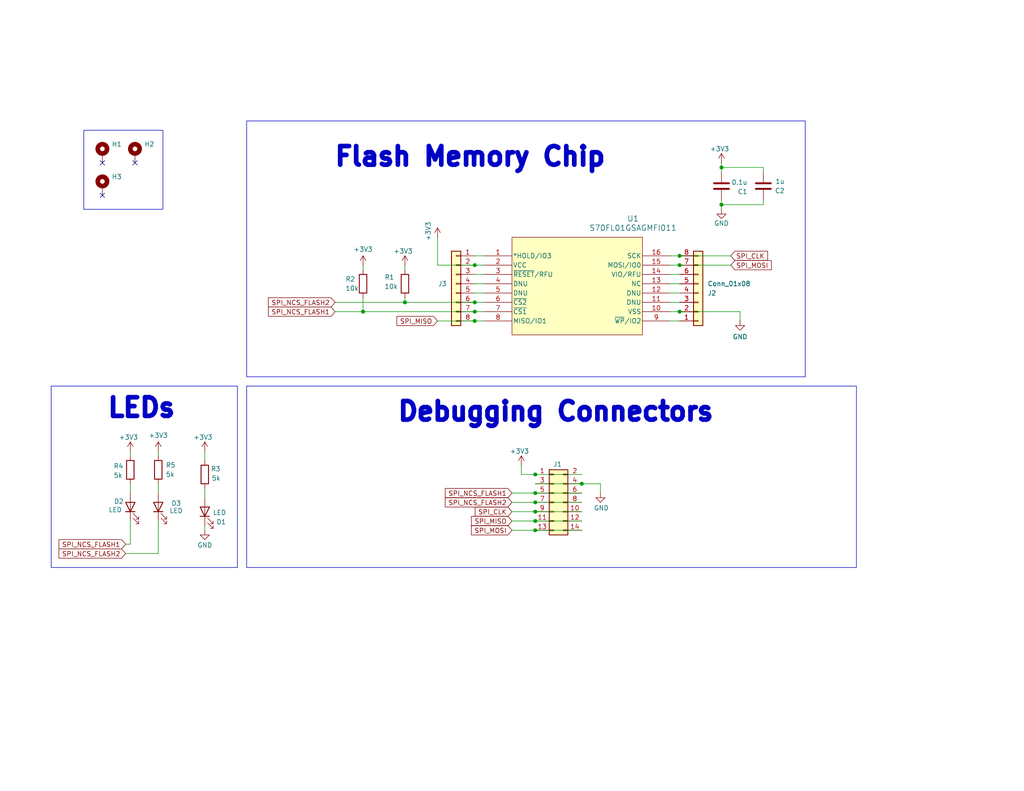
<source format=kicad_sch>
(kicad_sch (version 20231120) (generator "eeschema") (generator_version "8.0")
  (paper "USLetter")
  (title_block (title "Flash Module Breakout Board") (date "2024-06-21") (rev "Rev 2"))
  (lib_symbols
    (symbol "Connector_Generic:Conn_01x08" (pin_names (offset 1.016) hide)
      (property "Reference" "J" (at 0 10.16 0))
      (property "Value" "Conn_01x08" (at 0 -12.7 0))
      (symbol "Conn_01x08_1_1"
        (rectangle (start -1.27 -10.033) (end 0 -10.287) (stroke (width 0.1524)))
        (rectangle (start -1.27 -7.493) (end 0 -7.747) (stroke (width 0.1524)))
        (rectangle (start -1.27 -4.953) (end 0 -5.207) (stroke (width 0.1524)))
        (rectangle (start -1.27 -2.413) (end 0 -2.667) (stroke (width 0.1524)))
        (rectangle (start -1.27 0.127) (end 0 -0.127) (stroke (width 0.1524)))
        (rectangle (start -1.27 2.667) (end 0 2.413) (stroke (width 0.1524)))
        (rectangle (start -1.27 5.207) (end 0 4.953) (stroke (width 0.1524)))
        (rectangle (start -1.27 7.747) (end 0 7.493) (stroke (width 0.1524)))
        (rectangle (start -1.27 8.89) (end 1.27 -11.43) (stroke (width 0.254)) (fill (type background)))
        (pin passive line (at -5.08 7.62 0) (length 3.81) (name "Pin_1") (number "1"))
        (pin passive line (at -5.08 5.08 0) (length 3.81) (name "Pin_2") (number "2"))
        (pin passive line (at -5.08 2.54 0) (length 3.81) (name "Pin_3") (number "3"))
        (pin passive line (at -5.08 0 0) (length 3.81) (name "Pin_4") (number "4"))
        (pin passive line (at -5.08 -2.54 0) (length 3.81) (name "Pin_5") (number "5"))
        (pin passive line (at -5.08 -5.08 0) (length 3.81) (name "Pin_6") (number "6"))
        (pin passive line (at -5.08 -7.62 0) (length 3.81) (name "Pin_7") (number "7"))
        (pin passive line (at -5.08 -10.16 0) (length 3.81) (name "Pin_8") (number "8"))
      )
    )
    (symbol "Connector_Generic:Conn_02x07_Odd_Even" (pin_names (offset 1.016) hide)
      (property "Reference" "J" (at 1.27 10.16 0))
      (property "Value" "Conn_02x07_Odd_Even" (at 1.27 -10.16 0))
      (symbol "Conn_02x07_Odd_Even_1_1"
        (rectangle (start -1.27 -7.493) (end 0 -7.747) (stroke (width 0.1524)))
        (rectangle (start -1.27 -4.953) (end 0 -5.207) (stroke (width 0.1524)))
        (rectangle (start -1.27 -2.413) (end 0 -2.667) (stroke (width 0.1524)))
        (rectangle (start -1.27 0.127) (end 0 -0.127) (stroke (width 0.1524)))
        (rectangle (start -1.27 2.667) (end 0 2.413) (stroke (width 0.1524)))
        (rectangle (start -1.27 5.207) (end 0 4.953) (stroke (width 0.1524)))
        (rectangle (start -1.27 7.747) (end 0 7.493) (stroke (width 0.1524)))
        (rectangle (start -1.27 8.89) (end 3.81 -8.89) (stroke (width 0.254)) (fill (type background)))
        (rectangle (start 3.81 -7.493) (end 2.54 -7.747) (stroke (width 0.1524)))
        (rectangle (start 3.81 -4.953) (end 2.54 -5.207) (stroke (width 0.1524)))
        (rectangle (start 3.81 -2.413) (end 2.54 -2.667) (stroke (width 0.1524)))
        (rectangle (start 3.81 0.127) (end 2.54 -0.127) (stroke (width 0.1524)))
        (rectangle (start 3.81 2.667) (end 2.54 2.413) (stroke (width 0.1524)))
        (rectangle (start 3.81 5.207) (end 2.54 4.953) (stroke (width 0.1524)))
        (rectangle (start 3.81 7.747) (end 2.54 7.493) (stroke (width 0.1524)))
        (pin passive line (at -5.08 7.62 0) (length 3.81) (name "Pin_1") (number "1"))
        (pin passive line (at 7.62 -2.54 180) (length 3.81) (name "Pin_10") (number "10"))
        (pin passive line (at -5.08 -5.08 0) (length 3.81) (name "Pin_11") (number "11"))
        (pin passive line (at 7.62 -5.08 180) (length 3.81) (name "Pin_12") (number "12"))
        (pin passive line (at -5.08 -7.62 0) (length 3.81) (name "Pin_13") (number "13"))
        (pin passive line (at 7.62 -7.62 180) (length 3.81) (name "Pin_14") (number "14"))
        (pin passive line (at 7.62 7.62 180) (length 3.81) (name "Pin_2") (number "2"))
        (pin passive line (at -5.08 5.08 0) (length 3.81) (name "Pin_3") (number "3"))
        (pin passive line (at 7.62 5.08 180) (length 3.81) (name "Pin_4") (number "4"))
        (pin passive line (at -5.08 2.54 0) (length 3.81) (name "Pin_5") (number "5"))
        (pin passive line (at 7.62 2.54 180) (length 3.81) (name "Pin_6") (number "6"))
        (pin passive line (at -5.08 0 0) (length 3.81) (name "Pin_7") (number "7"))
        (pin passive line (at 7.62 0 180) (length 3.81) (name "Pin_8") (number "8"))
        (pin passive line (at -5.08 -2.54 0) (length 3.81) (name "Pin_9") (number "9"))
      )
    )
    (symbol "Device:C" (pin_numbers hide) (pin_names (offset 0.254))
      (property "Reference" "C" (at 0.635 2.54 0))
      (property "Value" "C" (at 0.635 -2.54 0))
      (symbol "C_0_1"
        (polyline (pts (xy -2.032 -0.762) (xy 2.032 -0.762)) (stroke (width 0.508)))
        (polyline (pts (xy -2.032 0.762) (xy 2.032 0.762)) (stroke (width 0.508)))
      )
      (symbol "C_1_1"
        (pin passive line (at 0 3.81 270) (length 2.794) (name "~") (number "1"))
        (pin passive line (at 0 -3.81 90) (length 2.794) (name "~") (number "2"))
      )
    )
    (symbol "Device:LED" (pin_numbers hide) (pin_names (offset 1.016) hide)
      (property "Reference" "D" (at 0 2.54 0))
      (property "Value" "LED" (at 0 -2.54 0))
      (symbol "LED_0_1"
        (polyline (pts (xy -1.27 -1.27) (xy -1.27 1.27)) (stroke (width 0.254)))
        (polyline (pts (xy -1.27 0) (xy 1.27 0)))
        (polyline (pts (xy 1.27 -1.27) (xy 1.27 1.27) (xy -1.27 0) (xy 1.27 -1.27)) (stroke (width 0.254)))
        (polyline (pts (xy -3.048 -0.762) (xy -4.572 -2.286) (xy -3.81 -2.286) (xy -4.572 -2.286) (xy -4.572 -1.524)))
        (polyline (pts (xy -1.778 -0.762) (xy -3.302 -2.286) (xy -2.54 -2.286) (xy -3.302 -2.286) (xy -3.302 -1.524)))
      )
      (symbol "LED_1_1"
        (pin passive line (at -3.81 0 0) (length 2.54) (name "K") (number "1"))
        (pin passive line (at 3.81 0 180) (length 2.54) (name "A") (number "2"))
      )
    )
    (symbol "Device:R" (pin_numbers hide) (pin_names (offset 0))
      (property "Reference" "R" (at 2.032 0 90))
      (property "Value" "R" (at 0 0 90))
      (symbol "R_0_1"
        (rectangle (start -1.016 -2.54) (end 1.016 2.54) (stroke (width 0.254)))
      )
      (symbol "R_1_1"
        (pin passive line (at 0 3.81 270) (length 1.27) (name "~") (number "1"))
        (pin passive line (at 0 -3.81 90) (length 1.27) (name "~") (number "2"))
      )
    )
    (symbol "Mechanical:MountingHole_Pad" (pin_numbers hide) (pin_names (offset 1.016) hide) (exclude_from_sim yes) (in_bom no)
      (property "Reference" "H" (at 0 6.35 0))
      (property "Value" "MountingHole_Pad" (at 0 4.445 0))
      (symbol "MountingHole_Pad_0_1"
        (circle (center 0 1.27) (radius 1.27) (stroke (width 1.27)))
      )
      (symbol "MountingHole_Pad_1_1"
        (pin input line (at 0 -2.54 90) (length 2.54) (name "1") (number "1"))
      )
    )
    (symbol "Project Lib:S70FL01GSAGMFI011" (pin_names (offset 0.254))
      (property "Reference" "U" (at 40.64 10.16 0))
      (property "Value" "S70FL01GSAGMFI011" (at 40.64 7.62 0))
      (symbol "S70FL01GSAGMFI011_0_1"
        (pin bidirectional line (at 0 0 0) (length 7.62) (name "*HOLD/IO3") (number "1"))
        (pin power_in line (at 50.8 -15.24 180) (length 7.62) (name "VSS") (number "10"))
        (pin bidirectional line (at 50.8 -5.08 180) (length 7.62) (name "VIO/RFU") (number "14"))
        (pin input line (at 50.8 0 180) (length 7.62) (name "SCK") (number "16"))
        (pin power_in line (at 0 -2.54 0) (length 7.62) (name "VCC") (number "2"))
      )
      (symbol "S70FL01GSAGMFI011_1_1"
        (rectangle (start 7.62 5.08) (end 43.18 -21.59) (fill (type background)))
        (pin unspecified line (at 50.8 -12.7 180) (length 7.62) (name "DNU") (number "11"))
        (pin unspecified line (at 50.8 -10.16 180) (length 7.62) (name "DNU") (number "12"))
        (pin unspecified line (at 50.8 -7.62 180) (length 7.62) (name "NC") (number "13"))
        (pin bidirectional line (at 50.8 -2.54 180) (length 7.62) (name "MOSI/IO0") (number "15"))
        (pin unspecified line (at 0 -5.08 0) (length 7.62) (name "~{RESET}/RFU") (number "3"))
        (pin unspecified line (at 0 -7.62 0) (length 7.62) (name "DNU") (number "4"))
        (pin unspecified line (at 0 -10.16 0) (length 7.62) (name "DNU") (number "5"))
        (pin input line (at 0 -12.7 0) (length 7.62) (name "~{CS2}") (number "6"))
        (pin input line (at 0 -15.24 0) (length 7.62) (name "~{CS1}") (number "7"))
        (pin bidirectional line (at 0 -17.78 0) (length 7.62) (name "MISO/IO1") (number "8"))
        (pin bidirectional line (at 50.8 -17.78 180) (length 7.62) (name "~{WP}/IO2") (number "9"))
      )
    )
    (symbol "power:+3V3" (power) (pin_numbers hide) (pin_names (offset 0) hide)
      (property "Value" "+3V3" (at 0 3.556 0))
      (symbol "+3V3_0_1"
        (polyline (pts (xy -0.762 1.27) (xy 0 2.54)))
        (polyline (pts (xy 0 0) (xy 0 2.54)))
        (polyline (pts (xy 0 2.54) (xy 0.762 1.27)))
      )
      (symbol "+3V3_1_1"
        (pin power_in line (at 0 0 90) (length 0) (name "~") (number "1"))
      )
    )
    (symbol "power:GND" (power) (pin_numbers hide) (pin_names (offset 0) hide)
      (property "Value" "GND" (at 0 -3.81 0))
      (symbol "GND_0_1"
        (polyline (pts (xy 0 0) (xy 0 -1.27) (xy 1.27 -1.27) (xy 0 -2.54) (xy -1.27 -1.27) (xy 0 -1.27)))
      )
      (symbol "GND_1_1"
        (pin power_in line (at 0 0 270) (length 0) (name "~") (number "1"))
      )
    )
  )
  (junction (at 146.05 142.24))
  (junction (at 146.05 139.7))
  (junction (at 129.54 87.63))
  (junction (at 196.85 55.88))
  (junction (at 129.54 85.09))
  (junction (at 146.05 134.62))
  (junction (at 129.54 72.39))
  (junction (at 129.54 82.55))
  (junction (at 185.42 69.85))
  (junction (at 158.75 132.08))
  (junction (at 185.42 72.39))
  (junction (at 146.05 129.54))
  (junction (at 146.05 137.16))
  (junction (at 99.06 85.09))
  (junction (at 185.42 85.09))
  (junction (at 146.05 144.78))
  (junction (at 196.85 45.72))
  (junction (at 110.49 82.55))
  (no_connect (at 36.83 44.45))
  (no_connect (at 27.94 53.34))
  (no_connect (at 27.94 44.45))
  (wire (pts (xy 146.05 142.24) (xy 158.75 142.24)))
  (wire (pts (xy 139.7 139.7) (xy 146.05 139.7)))
  (wire (pts (xy 43.18 123.19) (xy 43.18 124.46)))
  (wire (pts (xy 43.18 142.24) (xy 43.18 151.13)))
  (wire (pts (xy 129.54 85.09) (xy 132.08 85.09)))
  (wire (pts (xy 182.88 69.85) (xy 185.42 69.85)))
  (wire (pts (xy 99.06 85.09) (xy 129.54 85.09)))
  (wire (pts (xy 34.29 148.59) (xy 35.56 148.59)))
  (wire (pts (xy 129.54 72.39) (xy 132.08 72.39)))
  (wire (pts (xy 129.54 77.47) (xy 132.08 77.47)))
  (wire (pts (xy 35.56 132.08) (xy 35.56 134.62)))
  (wire (pts (xy 196.85 57.15) (xy 196.85 55.88)))
  (wire (pts (xy 142.24 127) (xy 142.24 129.54)))
  (wire (pts (xy 182.88 80.01) (xy 185.42 80.01)))
  (wire (pts (xy 146.05 134.62) (xy 158.75 134.62)))
  (wire (pts (xy 91.44 85.09) (xy 99.06 85.09)))
  (wire (pts (xy 119.38 64.77) (xy 119.38 72.39)))
  (wire (pts (xy 185.42 85.09) (xy 201.93 85.09)))
  (wire (pts (xy 196.85 44.45) (xy 196.85 45.72)))
  (wire (pts (xy 119.38 87.63) (xy 129.54 87.63)))
  (wire (pts (xy 110.49 81.28) (xy 110.49 82.55)))
  (wire (pts (xy 201.93 85.09) (xy 201.93 87.63)))
  (wire (pts (xy 146.05 129.54) (xy 158.75 129.54)))
  (wire (pts (xy 196.85 55.88) (xy 208.28 55.88)))
  (wire (pts (xy 129.54 87.63) (xy 132.08 87.63)))
  (wire (pts (xy 163.83 132.08) (xy 163.83 134.62)))
  (wire (pts (xy 99.06 72.39) (xy 99.06 73.66)))
  (wire (pts (xy 139.7 137.16) (xy 146.05 137.16)))
  (wire (pts (xy 208.28 46.99) (xy 208.28 45.72)))
  (wire (pts (xy 199.39 72.39) (xy 185.42 72.39)))
  (wire (pts (xy 139.7 134.62) (xy 146.05 134.62)))
  (wire (pts (xy 110.49 82.55) (xy 129.54 82.55)))
  (wire (pts (xy 91.44 82.55) (xy 110.49 82.55)))
  (wire (pts (xy 35.56 142.24) (xy 35.56 148.59)))
  (wire (pts (xy 146.05 132.08) (xy 158.75 132.08)))
  (wire (pts (xy 146.05 137.16) (xy 158.75 137.16)))
  (wire (pts (xy 182.88 72.39) (xy 185.42 72.39)))
  (wire (pts (xy 182.88 82.55) (xy 185.42 82.55)))
  (wire (pts (xy 55.88 123.19) (xy 55.88 125.73)))
  (wire (pts (xy 208.28 54.61) (xy 208.28 55.88)))
  (wire (pts (xy 129.54 69.85) (xy 132.08 69.85)))
  (wire (pts (xy 110.49 72.39) (xy 110.49 73.66)))
  (wire (pts (xy 139.7 144.78) (xy 146.05 144.78)))
  (wire (pts (xy 129.54 74.93) (xy 132.08 74.93)))
  (wire (pts (xy 99.06 81.28) (xy 99.06 85.09)))
  (wire (pts (xy 196.85 45.72) (xy 196.85 46.99)))
  (wire (pts (xy 43.18 132.08) (xy 43.18 134.62)))
  (wire (pts (xy 199.39 69.85) (xy 185.42 69.85)))
  (wire (pts (xy 55.88 133.35) (xy 55.88 135.89)))
  (wire (pts (xy 196.85 45.72) (xy 208.28 45.72)))
  (wire (pts (xy 119.38 72.39) (xy 129.54 72.39)))
  (wire (pts (xy 35.56 123.19) (xy 35.56 124.46)))
  (wire (pts (xy 182.88 87.63) (xy 185.42 87.63)))
  (wire (pts (xy 129.54 80.01) (xy 132.08 80.01)))
  (wire (pts (xy 139.7 142.24) (xy 146.05 142.24)))
  (wire (pts (xy 34.29 151.13) (xy 43.18 151.13)))
  (wire (pts (xy 158.75 132.08) (xy 163.83 132.08)))
  (wire (pts (xy 55.88 144.78) (xy 55.88 143.51)))
  (wire (pts (xy 146.05 139.7) (xy 158.75 139.7)))
  (wire (pts (xy 182.88 74.93) (xy 185.42 74.93)))
  (wire (pts (xy 129.54 82.55) (xy 132.08 82.55)))
  (wire (pts (xy 182.88 85.09) (xy 185.42 85.09)))
  (wire (pts (xy 146.05 144.78) (xy 158.75 144.78)))
  (wire (pts (xy 196.85 55.88) (xy 196.85 54.61)))
  (wire (pts (xy 182.88 77.47) (xy 185.42 77.47)))
  (wire (pts (xy 142.24 129.54) (xy 146.05 129.54)))
  (rectangle (start 67.31 105.41) (end 233.68 154.94))
  (rectangle (start 13.97 105.41) (end 64.77 154.94))
  (rectangle (start 67.31 33.02) (end 219.71 102.87))
  (rectangle (start 22.86 35.56) (end 44.45 57.15))
  (text "LEDs" (at 38.608 111.506 0) (effects (font (size 5.08 5.08) (thickness 1.27) (bold yes))))
  (text "Debugging Connectors\n" (at 151.638 112.522 0) (effects (font (size 5.08 5.08) (thickness 1.27) (bold yes))))
  (text "Flash Memory Chip" (at 128.27 42.926 0) (effects (font (size 5.08 5.08) (thickness 1.27) (bold yes))))
  (global_label "SPI_NCS_FLASH2" (shape input) (at 34.29 151.13 180) (property "Intersheetrefs" "${INTERSHEET_REFS}" (effects (hide yes))))
  (global_label "SPI_NCS_FLASH1" (shape input) (at 139.7 134.62 180) (property "Intersheetrefs" "${INTERSHEET_REFS}" (effects (hide yes))))
  (global_label "SPI_MOSI" (shape input) (at 139.7 144.78 180) (property "Intersheetrefs" "${INTERSHEET_REFS}" (effects (hide yes))))
  (global_label "SPI_MOSI" (shape input) (at 199.39 72.39 0) (property "Intersheetrefs" "${INTERSHEET_REFS}" (effects (hide yes))))
  (global_label "SPI_CLK" (shape input) (at 139.7 139.7 180) (property "Intersheetrefs" "${INTERSHEET_REFS}" (effects (hide yes))))
  (global_label "SPI_NCS_FLASH1" (shape input) (at 34.29 148.59 180) (property "Intersheetrefs" "${INTERSHEET_REFS}" (effects (hide yes))))
  (global_label "SPI_MISO" (shape input) (at 119.38 87.63 180) (property "Intersheetrefs" "${INTERSHEET_REFS}" (effects (hide yes))))
  (global_label "SPI_MISO" (shape input) (at 139.7 142.24 180) (property "Intersheetrefs" "${INTERSHEET_REFS}" (effects (hide yes))))
  (global_label "SPI_NCS_FLASH1" (shape input) (at 91.44 85.09 180) (property "Intersheetrefs" "${INTERSHEET_REFS}" (effects (hide yes))))
  (global_label "SPI_CLK" (shape input) (at 199.39 69.85 0) (property "Intersheetrefs" "${INTERSHEET_REFS}" (effects (hide yes))))
  (global_label "SPI_NCS_FLASH2" (shape input) (at 91.44 82.55 180) (property "Intersheetrefs" "${INTERSHEET_REFS}" (effects (hide yes))))
  (global_label "SPI_NCS_FLASH2" (shape input) (at 139.7 137.16 180) (property "Intersheetrefs" "${INTERSHEET_REFS}" (effects (hide yes))))
  (symbol (lib_id "power:+3V3") (at 35.56 123.19 0) (unit 1)
    (property "Reference" "#PWR07" (effects (hide yes)))
    (property "Value" "+3V3" (at 35.052 119.38 0))
    (property "Description" "Power symbol creates a global label with name \"+3V3\"" (effects (hide yes)))
  )
  (symbol (lib_id "power:+3V3") (at 55.88 123.19 0) (unit 1)
    (property "Reference" "#PWR012" (effects (hide yes)))
    (property "Value" "+3V3" (at 55.372 119.38 0))
    (property "Description" "Power symbol creates a global label with name \"+3V3\"" (effects (hide yes)))
  )
  (symbol (lib_id "power:GND") (at 163.83 134.62 0) (unit 1)
    (property "Reference" "#PWR010" (effects (hide yes)))
    (property "Value" "GND" (at 164.084 138.684 0))
    (property "Description" "Power symbol creates a global label with name \"GND\" , ground" (effects (hide yes)))
  )
  (symbol (lib_id "Device:R") (at 99.06 77.47 0) (mirror x) (unit 1)
    (property "Reference" "R2" (at 94.234 76.2 0) (effects (justify left)))
    (property "Value" "10k" (at 94.234 78.74 0) (effects (justify left)))
    (property "Footprint" "Resistor_SMD:R_1206_3216Metric_Pad1.30x1.75mm_HandSolder" (effects (hide yes)))
    (property "Description" "Resistor" (effects (hide yes)))
  )
  (symbol (lib_id "Device:R") (at 55.88 129.54 0) (mirror y) (unit 1)
    (property "Reference" "R3" (at 60.198 128.016 0) (effects (justify left)))
    (property "Value" "5k" (at 60.198 130.556 0) (effects (justify left)))
    (property "Footprint" "Resistor_SMD:R_1206_3216Metric_Pad1.30x1.75mm_HandSolder" (effects (hide yes)))
    (property "Description" "Resistor" (effects (hide yes)))
  )
  (symbol (lib_id "power:+3V3") (at 43.18 123.19 0) (unit 1)
    (property "Reference" "#PWR08" (effects (hide yes)))
    (property "Value" "+3V3" (at 43.18 118.872 0))
    (property "Description" "Power symbol creates a global label with name \"+3V3\"" (effects (hide yes)))
  )
  (symbol (lib_id "Mechanical:MountingHole_Pad") (at 36.83 41.91 0) (unit 1) (exclude_from_sim yes) (in_bom no)
    (property "Reference" "H2" (at 39.37 39.3699 0) (effects (justify left)))
    (property "Value" "MountingHole_Pad" (effects (hide yes)))
    (property "Footprint" "MountingHole:MountingHole_2.2mm_M2_DIN965_Pad" (effects (hide yes)))
    (property "Description" "Mounting Hole with connection" (effects (hide yes)))
  )
  (symbol (lib_id "Device:R") (at 110.49 77.47 0) (unit 1)
    (property "Reference" "R1" (at 104.902 75.692 0) (effects (justify left)))
    (property "Value" "10k" (at 104.902 78.232 0) (effects (justify left)))
    (property "Footprint" "Resistor_SMD:R_1206_3216Metric_Pad1.30x1.75mm_HandSolder" (effects (hide yes)))
    (property "Description" "Resistor" (effects (hide yes)))
  )
  (symbol (lib_id "Connector_Generic:Conn_01x08") (at 124.46 77.47 0) (mirror y) (unit 1)
    (property "Reference" "J3" (at 121.92 77.4699 0) (effects (justify left)))
    (property "Value" "Conn_01x08" (effects (hide yes)))
    (property "Footprint" "Connector_PinHeader_2.54mm:PinHeader_1x08_P2.54mm_Vertical" (effects (hide yes)))
    (property "Description" "Generic connector, single row, 01x08, script generated (kicad-library-utils/schlib/autogen/connector/)" (effects (hide yes)))
  )
  (symbol (lib_id "power:GND") (at 201.93 87.63 0) (unit 1)
    (property "Reference" "#PWR01" (effects (hide yes)))
    (property "Value" "GND" (at 201.93 91.948 0))
    (property "Description" "Power symbol creates a global label with name \"GND\" , ground" (effects (hide yes)))
  )
  (symbol (lib_id "power:GND") (at 55.88 144.78 0) (unit 1)
    (property "Reference" "#PWR04" (effects (hide yes)))
    (property "Value" "GND" (at 55.88 148.844 0))
    (property "Description" "Power symbol creates a global label with name \"GND\" , ground" (effects (hide yes)))
  )
  (symbol (lib_id "Device:LED") (at 43.18 138.43 90) (unit 1)
    (property "Reference" "D3" (at 46.736 137.414 90) (effects (justify right)))
    (property "Value" "LED" (at 46.228 139.446 90) (effects (justify right)))
    (property "Footprint" "LED_SMD:LED_1206_3216Metric_Pad1.42x1.75mm_HandSolder" (effects (hide yes)))
    (property "Description" "Light emitting diode" (effects (hide yes)))
  )
  (symbol (lib_id "Device:R") (at 43.18 128.27 0) (unit 1)
    (property "Reference" "R5" (at 45.212 127 0) (effects (justify left)))
    (property "Value" "5k" (at 45.212 129.54 0) (effects (justify left)))
    (property "Footprint" "Resistor_SMD:R_1206_3216Metric_Pad1.30x1.75mm_HandSolder" (effects (hide yes)))
    (property "Description" "Resistor" (effects (hide yes)))
  )
  (symbol (lib_id "power:+3V3") (at 99.06 72.39 0) (unit 1)
    (property "Reference" "#PWR05" (effects (hide yes)))
    (property "Value" "+3V3" (at 99.06 68.072 0))
    (property "Description" "Power symbol creates a global label with name \"+3V3\"" (effects (hide yes)))
  )
  (symbol (lib_id "Device:R") (at 35.56 128.27 0) (unit 1)
    (property "Reference" "R4" (at 30.988 127.254 0) (effects (justify left)))
    (property "Value" "5k" (at 30.988 129.794 0) (effects (justify left)))
    (property "Footprint" "Resistor_SMD:R_1206_3216Metric_Pad1.30x1.75mm_HandSolder" (effects (hide yes)))
    (property "Description" "Resistor" (effects (hide yes)))
  )
  (symbol (lib_id "Device:LED") (at 55.88 139.7 90) (unit 1)
    (property "Reference" "D1" (at 61.722 142.494 90) (effects (justify left)))
    (property "Value" "LED" (at 61.722 139.954 90) (effects (justify left)))
    (property "Footprint" "LED_SMD:LED_1206_3216Metric_Pad1.42x1.75mm_HandSolder" (effects (hide yes)))
    (property "Description" "Light emitting diode" (effects (hide yes)))
  )
  (symbol (lib_id "power:+3V3") (at 196.85 44.45 0) (unit 1)
    (property "Reference" "#PWR011" (effects (hide yes)))
    (property "Value" "+3V3" (at 196.342 40.64 0))
    (property "Description" "Power symbol creates a global label with name \"+3V3\"" (effects (hide yes)))
  )
  (symbol (lib_id "Project Lib:S70FL01GSAGMFI011") (at 132.08 69.85 0) (unit 1)
    (property "Reference" "U1" (at 172.72 59.69 0) (effects (font (size 1.524 1.524))))
    (property "Value" "S70FL01GSAGMFI011" (at 172.72 62.23 0) (effects (font (size 1.524 1.524))))
    (property "Footprint" "Package_SO:SOIC-16W_7.5x10.3mm_P1.27mm" (effects (hide yes)))
    (property "Datasheet" "S70FL01GSAGMFI011" (effects (hide yes)))
  )
  (symbol (lib_id "Device:C") (at 196.85 50.8 180) (unit 1)
    (property "Reference" "C1" (at 203.962 52.324 0) (effects (justify left)))
    (property "Value" "0.1u" (at 203.962 49.784 0) (effects (justify left)))
    (property "Footprint" "Capacitor_SMD:C_1206_3216Metric_Pad1.33x1.80mm_HandSolder" (effects (hide yes)))
    (property "Description" "Unpolarized capacitor" (effects (hide yes)))
  )
  (symbol (lib_id "power:+3V3") (at 110.49 72.39 0) (unit 1)
    (property "Reference" "#PWR06" (effects (hide yes)))
    (property "Value" "+3V3" (at 109.982 68.58 0))
    (property "Description" "Power symbol creates a global label with name \"+3V3\"" (effects (hide yes)))
  )
  (symbol (lib_id "Device:C") (at 208.28 50.8 180) (unit 1)
    (property "Reference" "C2" (at 214.122 52.07 0) (effects (justify left)))
    (property "Value" "1u" (at 214.122 49.53 0) (effects (justify left)))
    (property "Footprint" "Capacitor_SMD:C_1206_3216Metric_Pad1.33x1.80mm_HandSolder" (effects (hide yes)))
    (property "Description" "Unpolarized capacitor" (effects (hide yes)))
  )
  (symbol (lib_id "Mechanical:MountingHole_Pad") (at 27.94 50.8 0) (unit 1) (exclude_from_sim yes) (in_bom no)
    (property "Reference" "H3" (at 30.48 48.2599 0) (effects (justify left)))
    (property "Value" "MountingHole_Pad" (effects (hide yes)))
    (property "Footprint" "MountingHole:MountingHole_2.2mm_M2_DIN965_Pad" (effects (hide yes)))
    (property "Description" "Mounting Hole with connection" (effects (hide yes)))
  )
  (symbol (lib_id "Connector_Generic:Conn_01x08") (at 190.5 80.01 0) (mirror x) (unit 1)
    (property "Reference" "J2" (at 193.04 80.0101 0) (effects (justify left)))
    (property "Value" "Conn_01x08" (at 193.04 77.4701 0) (effects (justify left)))
    (property "Footprint" "Connector_PinHeader_2.54mm:PinHeader_1x08_P2.54mm_Vertical" (effects (hide yes)))
    (property "Description" "Generic connector, single row, 01x08, script generated (kicad-library-utils/schlib/autogen/connector/)" (effects (hide yes)))
  )
  (symbol (lib_id "Mechanical:MountingHole_Pad") (at 27.94 41.91 0) (unit 1) (exclude_from_sim yes) (in_bom no)
    (property "Reference" "H1" (at 30.48 39.3699 0) (effects (justify left)))
    (property "Value" "MountingHole_Pad" (effects (hide yes)))
    (property "Footprint" "MountingHole:MountingHole_2.2mm_M2_DIN965_Pad" (effects (hide yes)))
    (property "Description" "Mounting Hole with connection" (effects (hide yes)))
  )
  (symbol (lib_id "Device:LED") (at 35.56 138.43 90) (unit 1)
    (property "Reference" "D2" (at 33.782 136.906 90) (effects (justify left)))
    (property "Value" "LED" (at 33.274 139.192 90) (effects (justify left)))
    (property "Footprint" "LED_SMD:LED_1206_3216Metric_Pad1.42x1.75mm_HandSolder" (effects (hide yes)))
    (property "Description" "Light emitting diode" (effects (hide yes)))
  )
  (symbol (lib_id "power:+3V3") (at 142.24 127 0) (unit 1)
    (property "Reference" "#PWR09" (effects (hide yes)))
    (property "Value" "+3V3" (at 141.732 123.19 0))
    (property "Description" "Power symbol creates a global label with name \"+3V3\"" (effects (hide yes)))
  )
  (symbol (lib_id "power:GND") (at 196.85 57.15 0) (unit 1)
    (property "Reference" "#PWR03" (effects (hide yes)))
    (property "Value" "GND" (at 196.85 60.96 0))
    (property "Description" "Power symbol creates a global label with name \"GND\" , ground" (effects (hide yes)))
  )
  (symbol (lib_id "Connector_Generic:Conn_02x07_Odd_Even") (at 151.13 137.16 0) (unit 1)
    (property "Reference" "J1" (at 152.146 126.746 0))
    (property "Value" "Conn_02x07_Counter_Clockwise" (effects (hide yes)))
    (property "Footprint" "Connector_PinHeader_2.54mm:PinHeader_2x07_P2.54mm_Vertical" (effects (hide yes)))
    (property "Description" "Generic connector, double row, 02x07, odd/even pin numbering scheme (row 1 odd numbers, row 2 even numbers), script generated (kicad-library-utils/schlib/autogen/connector/)" (effects (hide yes)))
  )
  (symbol (lib_id "power:+3V3") (at 119.38 64.77 0) (unit 1)
    (property "Reference" "#PWR02" (effects (hide yes)))
    (property "Value" "+3V3" (at 116.84 65.786 90) (effects (justify left)))
    (property "Description" "Power symbol creates a global label with name \"+3V3\"" (effects (hide yes)))
  )
)
</source>
